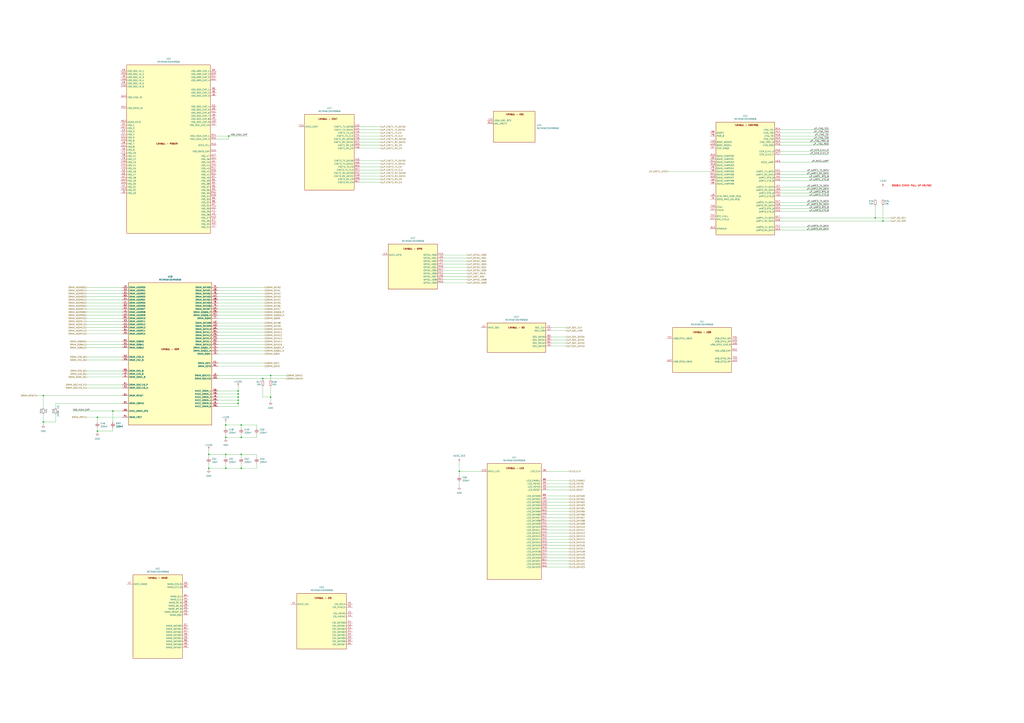
<source format=kicad_sch>
(kicad_sch (version 20250114) (generator "eeschema") (generator_version "9.0")
  (paper "A1")
  (text "DOUBLE CHECK PULL UP VOLTAGE" (at 748.792 152.654 0) (effects (font (size 1.27 1.27) (thickness 0.254) (bold yes))))
  (junction (at 195.58 328.93))
  (junction (at 198.12 359.41))
  (junction (at 185.42 359.41))
  (junction (at 92.71 337.82))
  (junction (at 195.58 326.39))
  (junction (at 185.42 349.25))
  (junction (at 718.82 179.07))
  (junction (at 171.45 384.81))
  (junction (at 725.17 181.61))
  (junction (at 185.42 384.81))
  (junction (at 35.56 346.71))
  (junction (at 187.96 111.76))
  (junction (at 222.25 308.61))
  (junction (at 195.58 331.47))
  (junction (at 80.01 342.9))
  (junction (at 377.19 387.35))
  (junction (at 35.56 325.12))
  (junction (at 198.12 384.81))
  (junction (at 171.45 373.38))
  (junction (at 195.58 321.31))
  (junction (at 195.58 323.85))
  (junction (at 185.42 373.38))
  (junction (at 198.12 373.38))
  (junction (at 215.9 311.15))
  (junction (at 222.25 326.39))
  (junction (at 198.12 349.25))
  (junction (at 80.01 354.33))
  (wire (pts (xy 179.07 273.05) (xy 217.17 273.05)))
  (wire (pts (xy 171.45 369.57) (xy 171.45 373.38)))
  (wire (pts (xy 198.12 373.38) (xy 185.42 373.38)))
  (wire (pts (xy 71.12 295.91) (xy 100.33 295.91)))
  (wire (pts (xy 295.91 111.76) (xy 312.42 111.76)))
  (wire (pts (xy 71.12 248.92) (xy 100.33 248.92)))
  (wire (pts (xy 179.07 256.54) (xy 217.17 256.54)))
  (wire (pts (xy 179.07 241.3) (xy 217.17 241.3)))
  (wire (pts (xy 195.58 323.85) (xy 195.58 321.31)))
  (wire (pts (xy 179.07 288.29) (xy 217.17 288.29)))
  (wire (pts (xy 71.12 269.24) (xy 100.33 269.24)))
  (wire (pts (xy 210.82 356.87) (xy 210.82 359.41)))
  (wire (pts (xy 210.82 381) (xy 210.82 384.81)))
  (wire (pts (xy 179.07 323.85) (xy 195.58 323.85)))
  (wire (pts (xy 449.58 427.99) (xy 467.36 427.99)))
  (wire (pts (xy 449.58 387.35) (xy 467.36 387.35)))
  (wire (pts (xy 187.96 111.76) (xy 187.96 114.3)))
  (wire (pts (xy 179.07 280.67) (xy 217.17 280.67)))
  (wire (pts (xy 71.12 243.84) (xy 100.33 243.84)))
  (wire (pts (xy 195.58 323.85) (xy 195.58 326.39)))
  (wire (pts (xy 295.91 147.32) (xy 312.42 147.32)))
  (wire (pts (xy 222.25 308.61) (xy 222.25 312.42)))
  (wire (pts (xy 449.58 417.83) (xy 467.36 417.83)))
  (wire (pts (xy 30.48 325.12) (xy 35.56 325.12)))
  (wire (pts (xy 179.07 290.83) (xy 217.17 290.83)))
  (wire (pts (xy 449.58 450.85) (xy 467.36 450.85)))
  (wire (pts (xy 680.72 116.84) (xy 641.35 116.84)))
  (wire (pts (xy 179.07 267.97) (xy 217.17 267.97)))
  (wire (pts (xy 71.12 264.16) (xy 100.33 264.16)))
  (wire (pts (xy 179.07 243.84) (xy 217.17 243.84)))
  (wire (pts (xy 453.39 281.94) (xy 464.82 281.94)))
  (wire (pts (xy 680.72 146.05) (xy 641.35 146.05)))
  (wire (pts (xy 198.12 359.41) (xy 185.42 359.41)))
  (wire (pts (xy 680.72 109.22) (xy 641.35 109.22)))
  (wire (pts (xy 35.56 325.12) (xy 35.56 335.28)))
  (wire (pts (xy 210.82 349.25) (xy 198.12 349.25)))
  (wire (pts (xy 680.72 143.51) (xy 641.35 143.51)))
  (wire (pts (xy 215.9 311.15) (xy 215.9 312.42)))
  (wire (pts (xy 449.58 394.97) (xy 467.36 394.97)))
  (wire (pts (xy 449.58 461.01) (xy 467.36 461.01)))
  (wire (pts (xy 80.01 342.9) (xy 80.01 346.71)))
  (wire (pts (xy 210.82 359.41) (xy 198.12 359.41)))
  (wire (pts (xy 680.72 153.67) (xy 641.35 153.67)))
  (wire (pts (xy 449.58 420.37) (xy 467.36 420.37)))
  (wire (pts (xy 210.82 373.38) (xy 198.12 373.38)))
  (wire (pts (xy 364.49 219.71) (xy 383.54 219.71)))
  (wire (pts (xy 80.01 351.79) (xy 80.01 354.33)))
  (wire (pts (xy 449.58 466.09) (xy 467.36 466.09)))
  (wire (pts (xy 171.45 381) (xy 171.45 384.81)))
  (wire (pts (xy 449.58 448.31) (xy 467.36 448.31)))
  (wire (pts (xy 185.42 375.92) (xy 185.42 373.38)))
  (wire (pts (xy 179.07 326.39) (xy 195.58 326.39)))
  (wire (pts (xy 179.07 283.21) (xy 217.17 283.21)))
  (wire (pts (xy 295.91 104.14) (xy 312.42 104.14)))
  (wire (pts (xy 187.96 111.76) (xy 203.2 111.76)))
  (wire (pts (xy 179.07 251.46) (xy 217.17 251.46)))
  (wire (pts (xy 680.72 168.91) (xy 641.35 168.91)))
  (wire (pts (xy 179.07 298.45) (xy 217.17 298.45)))
  (wire (pts (xy 35.56 325.12) (xy 100.33 325.12)))
  (wire (pts (xy 71.12 304.8) (xy 100.33 304.8)))
  (wire (pts (xy 185.42 346.71) (xy 185.42 349.25)))
  (wire (pts (xy 198.12 373.38) (xy 198.12 375.92)))
  (wire (pts (xy 92.71 351.79) (xy 92.71 354.33)))
  (wire (pts (xy 71.12 318.77) (xy 100.33 318.77)))
  (wire (pts (xy 195.58 321.31) (xy 195.58 317.5)))
  (wire (pts (xy 210.82 375.92) (xy 210.82 373.38)))
  (wire (pts (xy 171.45 384.81) (xy 171.45 386.08)))
  (wire (pts (xy 680.72 106.68) (xy 641.35 106.68)))
  (wire (pts (xy 71.12 283.21) (xy 100.33 283.21)))
  (wire (pts (xy 449.58 438.15) (xy 467.36 438.15)))
  (wire (pts (xy 215.9 317.5) (xy 215.9 326.39)))
  (wire (pts (xy 449.58 435.61) (xy 467.36 435.61)))
  (wire (pts (xy 71.12 259.08) (xy 100.33 259.08)))
  (wire (pts (xy 179.07 275.59) (xy 217.17 275.59)))
  (wire (pts (xy 680.72 124.46) (xy 641.35 124.46)))
  (wire (pts (xy 71.12 261.62) (xy 100.33 261.62)))
  (wire (pts (xy 680.72 111.76) (xy 641.35 111.76)))
  (wire (pts (xy 179.07 261.62) (xy 217.17 261.62)))
  (wire (pts (xy 449.58 430.53) (xy 467.36 430.53)))
  (wire (pts (xy 71.12 309.88) (xy 100.33 309.88)))
  (wire (pts (xy 453.39 269.24) (xy 464.82 269.24)))
  (wire (pts (xy 185.42 349.25) (xy 185.42 351.79)))
  (wire (pts (xy 179.07 248.92) (xy 217.17 248.92)))
  (wire (pts (xy 71.12 316.23) (xy 100.33 316.23)))
  (wire (pts (xy 71.12 246.38) (xy 100.33 246.38)))
  (wire (pts (xy 453.39 284.48) (xy 464.82 284.48)))
  (wire (pts (xy 71.12 271.78) (xy 100.33 271.78)))
  (wire (pts (xy 80.01 354.33) (xy 80.01 355.6)))
  (wire (pts (xy 185.42 381) (xy 185.42 384.81)))
  (wire (pts (xy 185.42 359.41) (xy 185.42 360.68)))
  (wire (pts (xy 449.58 433.07) (xy 467.36 433.07)))
  (wire (pts (xy 295.91 106.68) (xy 312.42 106.68)))
  (wire (pts (xy 364.49 209.55) (xy 383.54 209.55)))
  (wire (pts (xy 680.72 119.38) (xy 641.35 119.38)))
  (wire (pts (xy 179.07 238.76) (xy 217.17 238.76)))
  (wire (pts (xy 177.8 111.76) (xy 187.96 111.76)))
  (wire (pts (xy 179.07 334.01) (xy 195.58 334.01)))
  (wire (pts (xy 35.56 340.36) (xy 35.56 346.71)))
  (wire (pts (xy 453.39 276.86) (xy 464.82 276.86)))
  (wire (pts (xy 71.12 307.34) (xy 100.33 307.34)))
  (wire (pts (xy 71.12 274.32) (xy 100.33 274.32)))
  (wire (pts (xy 71.12 251.46) (xy 100.33 251.46)))
  (wire (pts (xy 680.72 133.35) (xy 641.35 133.35)))
  (wire (pts (xy 364.49 229.87) (xy 383.54 229.87)))
  (wire (pts (xy 680.72 171.45) (xy 641.35 171.45)))
  (wire (pts (xy 295.91 144.78) (xy 312.42 144.78)))
  (wire (pts (xy 680.72 114.3) (xy 641.35 114.3)))
  (wire (pts (xy 295.91 142.24) (xy 312.42 142.24)))
  (wire (pts (xy 92.71 337.82) (xy 100.33 337.82)))
  (wire (pts (xy 680.72 140.97) (xy 641.35 140.97)))
  (wire (pts (xy 45.72 335.28) (xy 45.72 331.47)))
  (wire (pts (xy 680.72 166.37) (xy 641.35 166.37)))
  (wire (pts (xy 295.91 134.62) (xy 312.42 134.62)))
  (wire (pts (xy 71.12 266.7) (xy 100.33 266.7)))
  (wire (pts (xy 45.72 340.36) (xy 45.72 346.71)))
  (wire (pts (xy 71.12 256.54) (xy 100.33 256.54)))
  (wire (pts (xy 179.07 265.43) (xy 217.17 265.43)))
  (wire (pts (xy 449.58 455.93) (xy 467.36 455.93)))
  (wire (pts (xy 295.91 121.92) (xy 312.42 121.92)))
  (wire (pts (xy 680.72 158.75) (xy 641.35 158.75)))
  (wire (pts (xy 171.45 373.38) (xy 171.45 375.92)))
  (wire (pts (xy 377.19 387.35) (xy 377.19 391.16)))
  (wire (pts (xy 195.58 331.47) (xy 195.58 334.01)))
  (wire (pts (xy 295.91 114.3) (xy 312.42 114.3)))
  (wire (pts (xy 198.12 384.81) (xy 185.42 384.81)))
  (wire (pts (xy 71.12 241.3) (xy 100.33 241.3)))
  (wire (pts (xy 449.58 397.51) (xy 467.36 397.51)))
  (wire (pts (xy 680.72 156.21) (xy 641.35 156.21)))
  (wire (pts (xy 449.58 410.21) (xy 467.36 410.21)))
  (wire (pts (xy 295.91 116.84) (xy 312.42 116.84)))
  (wire (pts (xy 71.12 342.9) (xy 80.01 342.9)))
  (wire (pts (xy 449.58 407.67) (xy 467.36 407.67)))
  (wire (pts (xy 45.72 346.71) (xy 35.56 346.71)))
  (wire (pts (xy 179.07 278.13) (xy 217.17 278.13)))
  (wire (pts (xy 71.12 280.67) (xy 100.33 280.67)))
  (wire (pts (xy 449.58 425.45) (xy 467.36 425.45)))
  (wire (pts (xy 179.07 321.31) (xy 195.58 321.31)))
  (wire (pts (xy 364.49 212.09) (xy 383.54 212.09)))
  (wire (pts (xy 680.72 148.59) (xy 641.35 148.59)))
  (wire (pts (xy 680.72 186.69) (xy 641.35 186.69)))
  (wire (pts (xy 449.58 443.23) (xy 467.36 443.23)))
  (wire (pts (xy 179.07 236.22) (xy 217.17 236.22)))
  (wire (pts (xy 394.97 387.35) (xy 377.19 387.35)))
  (wire (pts (xy 295.91 137.16) (xy 312.42 137.16)))
  (wire (pts (xy 449.58 463.55) (xy 467.36 463.55)))
  (wire (pts (xy 198.12 356.87) (xy 198.12 359.41)))
  (wire (pts (xy 449.58 453.39) (xy 467.36 453.39)))
  (wire (pts (xy 215.9 326.39) (xy 222.25 326.39)))
  (wire (pts (xy 449.58 445.77) (xy 467.36 445.77)))
  (wire (pts (xy 364.49 217.17) (xy 383.54 217.17)))
  (wire (pts (xy 92.71 337.82) (xy 92.71 346.71)))
  (wire (pts (xy 35.56 346.71) (xy 35.56 349.25)))
  (wire (pts (xy 179.07 254) (xy 217.17 254)))
  (wire (pts (xy 198.12 349.25) (xy 185.42 349.25)))
  (wire (pts (xy 449.58 458.47) (xy 467.36 458.47)))
  (wire (pts (xy 71.12 293.37) (xy 100.33 293.37)))
  (wire (pts (xy 725.17 168.91) (xy 725.17 181.61)))
  (wire (pts (xy 364.49 214.63) (xy 383.54 214.63)))
  (wire (pts (xy 179.07 308.61) (xy 222.25 308.61)))
  (wire (pts (xy 179.07 300.99) (xy 217.17 300.99)))
  (wire (pts (xy 215.9 311.15) (xy 234.95 311.15)))
  (wire (pts (xy 210.82 384.81) (xy 198.12 384.81)))
  (wire (pts (xy 185.42 384.81) (xy 171.45 384.81)))
  (wire (pts (xy 449.58 402.59) (xy 467.36 402.59)))
  (wire (pts (xy 449.58 422.91) (xy 467.36 422.91)))
  (wire (pts (xy 680.72 127) (xy 641.35 127)))
  (wire (pts (xy 71.12 236.22) (xy 100.33 236.22)))
  (wire (pts (xy 179.07 328.93) (xy 195.58 328.93)))
  (wire (pts (xy 295.91 139.7) (xy 312.42 139.7)))
  (wire (pts (xy 718.82 179.07) (xy 731.52 179.07)))
  (wire (pts (xy 364.49 232.41) (xy 383.54 232.41)))
  (wire (pts (xy 179.07 331.47) (xy 195.58 331.47)))
  (wire (pts (xy 641.35 179.07) (xy 718.82 179.07)))
  (wire (pts (xy 222.25 326.39) (xy 222.25 330.2)))
  (wire (pts (xy 449.58 415.29) (xy 467.36 415.29)))
  (wire (pts (xy 195.58 326.39) (xy 195.58 328.93)))
  (wire (pts (xy 210.82 351.79) (xy 210.82 349.25)))
  (wire (pts (xy 179.07 259.08) (xy 217.17 259.08)))
  (wire (pts (xy 680.72 189.23) (xy 641.35 189.23)))
  (wire (pts (xy 71.12 254) (xy 100.33 254)))
  (wire (pts (xy 449.58 412.75) (xy 467.36 412.75)))
  (wire (pts (xy 45.72 331.47) (xy 100.33 331.47)))
  (wire (pts (xy 71.12 238.76) (xy 100.33 238.76)))
  (wire (pts (xy 718.82 168.91) (xy 718.82 179.07)))
  (wire (pts (xy 295.91 149.86) (xy 312.42 149.86)))
  (wire (pts (xy 185.42 373.38) (xy 171.45 373.38)))
  (wire (pts (xy 198.12 381) (xy 198.12 384.81)))
  (wire (pts (xy 59.69 337.82) (xy 92.71 337.82)))
  (wire (pts (xy 295.91 119.38) (xy 312.42 119.38)))
  (wire (pts (xy 295.91 109.22) (xy 312.42 109.22)))
  (wire (pts (xy 187.96 114.3) (xy 177.8 114.3)))
  (wire (pts (xy 641.35 181.61) (xy 725.17 181.61)))
  (wire (pts (xy 222.25 326.39) (xy 222.25 317.5)))
  (wire (pts (xy 179.07 311.15) (xy 215.9 311.15)))
  (wire (pts (xy 92.71 354.33) (xy 80.01 354.33)))
  (wire (pts (xy 548.64 140.97) (xy 582.93 140.97)))
  (wire (pts (xy 449.58 440.69) (xy 467.36 440.69)))
  (wire (pts (xy 364.49 222.25) (xy 383.54 222.25)))
  (wire (pts (xy 80.01 342.9) (xy 100.33 342.9)))
  (wire (pts (xy 185.42 356.87) (xy 185.42 359.41)))
  (wire (pts (xy 449.58 400.05) (xy 467.36 400.05)))
  (wire (pts (xy 179.07 246.38) (xy 217.17 246.38)))
  (wire (pts (xy 179.07 285.75) (xy 217.17 285.75)))
  (wire (pts (xy 195.58 328.93) (xy 195.58 331.47)))
  (wire (pts (xy 725.17 181.61) (xy 731.52 181.61)))
  (wire (pts (xy 364.49 224.79) (xy 383.54 224.79)))
  (wire (pts (xy 198.12 349.25) (xy 198.12 351.79)))
  (wire (pts (xy 453.39 279.4) (xy 464.82 279.4)))
  (wire (pts (xy 680.72 173.99) (xy 641.35 173.99)))
  (wire (pts (xy 179.07 270.51) (xy 217.17 270.51)))
  (wire (pts (xy 295.91 132.08) (xy 312.42 132.08)))
  (wire (pts (xy 680.72 161.29) (xy 641.35 161.29)))
  (wire (pts (xy 377.19 387.35) (xy 377.19 379.73)))
  (wire (pts (xy 222.25 308.61) (xy 234.95 308.61)))
  (wire (pts (xy 377.19 396.24) (xy 377.19 400.05)))
  (wire (pts (xy 364.49 227.33) (xy 383.54 227.33)))
  (wire (pts (xy 453.39 271.78) (xy 464.82 271.78)))
  (wire (pts (xy 71.12 285.75) (xy 100.33 285.75)))
  (label "uP_UART2_RX_DATA" (at 680.72 156.21 180))
  (label "uP_CCM_CLK1_N" (at 680.72 124.46 180))
  (label "VDD_HIGH_CAP" (at 203.2 111.76 180))
  (label "uP_JTAG_TMS" (at 680.72 109.22 180))
  (label "uP_JTAG_TDO" (at 680.72 114.3 180))
  (label "uP_UART5_RX_DATA" (at 680.72 189.23 180))
  (label "uP_NVCC_UART" (at 680.72 133.35 180))
  (label "uP_UART1_RTS_B" (at 680.72 146.05 180))
  (label "VDD_HIGH_CAP" (at 73.66 337.82 180))
  (label "uP_UART2_TX_DATA" (at 680.72 153.67 180))
  (label "uP_UART2_CTS_B" (at 680.72 161.29 180))
  (label "uP_UART3_CTS_B" (at 680.72 173.99 180))
  (label "uP_JTAG_TRST_B" (at 680.72 116.84 180))
  (label "uP_JTAG_MOD" (at 680.72 119.38 180))
  (label "uP_CCM_CLK1_P" (at 680.72 127 180))
  (label "uP_JTAG_TCK" (at 680.72 106.68 180))
  (label "uP_UART5_TX_DATA" (at 680.72 186.69 180))
  (label "uP_UART1_RX_DATA" (at 680.72 143.51 180))
  (label "uP_UART3_TX_DATA" (at 680.72 166.37 180))
  (label "uP_UART3_RX_DATA" (at 680.72 168.91 180))
  (label "uP_UART3_RTS_B" (at 680.72 171.45 180))
  (label "uP_UART1_TX_DATA" (at 680.72 140.97 180))
  (label "uP_UART1_CTS_B" (at 680.72 148.59 180))
  (label "uP_UART2_RTS_B" (at 680.72 158.75 180))
  (label "uP_JTAG_TDI" (at 680.72 111.76 180))
  (hierarchical_label "DRAM_ADDR10" (shape input) (at 71.12 261.62 180))
  (hierarchical_label "LCD_DATA14" (shape input) (at 467.36 443.23 0))
  (hierarchical_label "DRAM_ADDR02" (shape input) (at 71.12 241.3 180))
  (hierarchical_label "uP_ENET2_TX_EN" (shape input) (at 312.42 137.16 0))
  (hierarchical_label "uP_ENET1_TX_DATA1" (shape input) (at 312.42 106.68 0))
  (hierarchical_label "uP_SD1_DATA2" (shape input) (at 464.82 281.94 0))
  (hierarchical_label "uP_ENET2_TX_DATA1" (shape input) (at 312.42 134.62 0))
  (hierarchical_label "DRAM_ODT1" (shape input) (at 217.17 298.45 0))
  (hierarchical_label "LCD_DATA08" (shape input) (at 467.36 427.99 0))
  (hierarchical_label "uP_ENET_MDIO" (shape input) (at 383.54 224.79 0))
  (hierarchical_label "uP_ENET1_RX_DATA1" (shape input) (at 312.42 116.84 0))
  (hierarchical_label "uP_ENET2_TX_DATA0" (shape input) (at 312.42 132.08 0))
  (hierarchical_label "uP_ENET1_RX_DATA0" (shape input) (at 312.42 114.3 0))
  (hierarchical_label "DRAM_ADDR07" (shape input) (at 71.12 254 180))
  (hierarchical_label "uP_I2C_SCL" (shape input) (at 731.52 179.07 0))
  (hierarchical_label "DRAM_CS0_B" (shape input) (at 71.12 293.37 180))
  (hierarchical_label "DRAM_ADDR00" (shape input) (at 71.12 236.22 180))
  (hierarchical_label "LCD_DATA03" (shape input) (at 467.36 415.29 0))
  (hierarchical_label "uP_GPIO1_IO02" (shape input) (at 383.54 214.63 0))
  (hierarchical_label "DRAM_SDQS1_P" (shape input) (at 217.17 285.75 0))
  (hierarchical_label "DRAM_SDQS0_P" (shape input) (at 217.17 256.54 0))
  (hierarchical_label "uP_ENET_MDC" (shape input) (at 383.54 227.33 0))
  (hierarchical_label "LCD_DATA20" (shape input) (at 467.36 458.47 0))
  (hierarchical_label "DRAM_SDQS1_N" (shape input) (at 217.17 288.29 0))
  (hierarchical_label "uP_SD1_CLK" (shape input) (at 464.82 269.24 0))
  (hierarchical_label "DRAM_SDBA0" (shape input) (at 71.12 280.67 180))
  (hierarchical_label "DRAM_DATA13" (shape input) (at 217.17 278.13 0))
  (hierarchical_label "LCD_HSYNC" (shape input) (at 467.36 397.51 0))
  (hierarchical_label "uP_GPIO1_IO04" (shape input) (at 383.54 219.71 0))
  (hierarchical_label "DRAM_SDQSO_N" (shape input) (at 217.17 259.08 0))
  (hierarchical_label "LCD_DATA18" (shape input) (at 467.36 453.39 0))
  (hierarchical_label "uP_ENET2_RX_ER" (shape input) (at 312.42 147.32 0))
  (hierarchical_label "DRAM_ADDR03" (shape input) (at 71.12 243.84 180))
  (hierarchical_label "LCD_DATA00" (shape input) (at 467.36 407.67 0))
  (hierarchical_label "DRAM_SDCLK0_P" (shape input) (at 71.12 316.23 180))
  (hierarchical_label "LCD_DATA16" (shape input) (at 467.36 448.31 0))
  (hierarchical_label "DRAM_DATA1" (shape input) (at 217.17 238.76 0))
  (hierarchical_label "DRAM_DATA3" (shape input) (at 217.17 243.84 0))
  (hierarchical_label "DRAM_CAS_B" (shape input) (at 71.12 307.34 180))
  (hierarchical_label "DRAM_SDKE0" (shape input) (at 234.95 311.15 0))
  (hierarchical_label "uP_GPIO1_IO01" (shape input) (at 383.54 212.09 0))
  (hierarchical_label "DRAM_RESET" (shape input) (at 30.48 325.12 180))
  (hierarchical_label "DRAM_DATA15" (shape input) (at 217.17 283.21 0))
  (hierarchical_label "DRAM_DATA14" (shape input) (at 217.17 280.67 0))
  (hierarchical_label "uP_ENET1_RX_EN" (shape input) (at 312.42 121.92 0))
  (hierarchical_label "DRAM_ADDR05" (shape input) (at 71.12 248.92 180))
  (hierarchical_label "LCD_DATA23" (shape input) (at 467.36 466.09 0))
  (hierarchical_label "uP_ENET2_TX_CLK" (shape input) (at 312.42 139.7 0))
  (hierarchical_label "DRAM_ADDR09" (shape input) (at 71.12 259.08 180))
  (hierarchical_label "uP_GPIO1_IO09" (shape input) (at 383.54 232.41 0))
  (hierarchical_label "uP_ENET2_RX_DATA0" (shape input) (at 312.42 142.24 0))
  (hierarchical_label "DRAM_RAS_B" (shape input) (at 71.12 304.8 180))
  (hierarchical_label "DRAM_SDKE1" (shape input) (at 234.95 308.61 0))
  (hierarchical_label "DRAM_ODT0" (shape input) (at 217.17 300.99 0))
  (hierarchical_label "uP_ENET1_TX_DATA0" (shape input) (at 312.42 104.14 0))
  (hierarchical_label "LCD_DATA06" (shape input) (at 467.36 422.91 0))
  (hierarchical_label "LCD_DATA04" (shape input) (at 467.36 417.83 0))
  (hierarchical_label "DRAM_ADDR01" (shape input) (at 71.12 238.76 180))
  (hierarchical_label "uP_ENET1_nINT" (shape input) (at 548.64 140.97 180))
  (hierarchical_label "LCD_DATA09" (shape input) (at 467.36 430.53 0))
  (hierarchical_label "DRAM_ADDR12" (shape input) (at 71.12 266.7 180))
  (hierarchical_label "uP_I2C_SDA" (shape input) (at 731.52 181.61 0))
  (hierarchical_label "uP_GPIO1_IO00" (shape input) (at 383.54 209.55 0))
  (hierarchical_label "DRAM_ADDR15" (shape input) (at 71.12 274.32 180))
  (hierarchical_label "LCD_ENABLE" (shape input) (at 467.36 394.97 0))
  (hierarchical_label "DRAM_ADDR08" (shape input) (at 71.12 256.54 180))
  (hierarchical_label "DRAM_ADDR14" (shape input) (at 71.12 271.78 180))
  (hierarchical_label "LCD_DATA15" (shape input) (at 467.36 445.77 0))
  (hierarchical_label "uP_ENET1_TX_EN" (shape input) (at 312.42 109.22 0))
  (hierarchical_label "DRAM_DATA4" (shape input) (at 217.17 246.38 0))
  (hierarchical_label "LCD_RESET" (shape input) (at 467.36 402.59 0))
  (hierarchical_label "uP_GPIO1_IO03" (shape input) (at 383.54 217.17 0))
  (hierarchical_label "DRAM_DATA0" (shape input) (at 217.17 236.22 0))
  (hierarchical_label "DRAM_VREF" (shape input) (at 71.12 342.9 180))
  (hierarchical_label "LCD_DATA22" (shape input) (at 467.36 463.55 0))
  (hierarchical_label "LCD_DATA02" (shape input) (at 467.36 412.75 0))
  (hierarchical_label "LCD_DATA01" (shape input) (at 467.36 410.21 0))
  (hierarchical_label "LCD_DATA10" (shape input) (at 467.36 433.07 0))
  (hierarchical_label "LCD_DATA17" (shape input) (at 467.36 450.85 0))
  (hierarchical_label "uP_GPIO1_IO08" (shape input) (at 383.54 229.87 0))
  (hierarchical_label "DRAM_ADDR06" (shape input) (at 71.12 251.46 180))
  (hierarchical_label "DRAM_SDWE_B" (shape input) (at 71.12 309.88 180))
  (hierarchical_label "LCD_DATA13" (shape input) (at 467.36 440.69 0))
  (hierarchical_label "DRAM_DATA12" (shape input) (at 217.17 275.59 0))
  (hierarchical_label "LCD_DATA07" (shape input) (at 467.36 425.45 0))
  (hierarchical_label "DRAM_DATA7" (shape input) (at 217.17 254 0))
  (hierarchical_label "uP_ENET2_RX_DATA1" (shape input) (at 312.42 144.78 0))
  (hierarchical_label "DRAM_DATA10" (shape input) (at 217.17 270.51 0))
  (hierarchical_label "LCD_DATA11" (shape input) (at 467.36 435.61 0))
  (hierarchical_label "uP_SD1_CMD" (shape input) (at 464.82 271.78 0))
  (hierarchical_label "DRAM_SDCLK0_N" (shape input) (at 71.12 318.77 180))
  (hierarchical_label "DRAM_DATA2" (shape input) (at 217.17 241.3 0))
  (hierarchical_label "LCD_DATA05" (shape input) (at 467.36 420.37 0))
  (hierarchical_label "LCD_DATA21" (shape input) (at 467.36 461.01 0))
  (hierarchical_label "uP_SD1_DATA0" (shape input) (at 464.82 276.86 0))
  (hierarchical_label "uP_ENET2_RX_EN" (shape input) (at 312.42 149.86 0))
  (hierarchical_label "uP_ENET1_RX_ER" (shape input) (at 312.42 119.38 0))
  (hierarchical_label "DRAM_DATA11" (shape input) (at 217.17 273.05 0))
  (hierarchical_label "uP_SD1_DATA3" (shape input) (at 464.82 284.48 0))
  (hierarchical_label "DRAM_SDBA2" (shape input) (at 71.12 285.75 180))
  (hierarchical_label "uP_ENET1_TX_CLK" (shape input) (at 312.42 111.76 0))
  (hierarchical_label "DRAM_DQM1" (shape input) (at 217.17 290.83 0))
  (hierarchical_label "DRAM_DQM0" (shape input) (at 217.17 261.62 0))
  (hierarchical_label "DRAM_CS1_B" (shape input) (at 71.12 295.91 180))
  (hierarchical_label "LCD_DATA12" (shape input) (at 467.36 438.15 0))
  (hierarchical_label "LCD_VSYNC" (shape input) (at 467.36 400.05 0))
  (hierarchical_label "LCD_DATA19" (shape input) (at 467.36 455.93 0))
  (hierarchical_label "DRAM_DATA5" (shape input) (at 217.17 248.92 0))
  (hierarchical_label "DRAM_ADDR13" (shape input) (at 71.12 269.24 180))
  (hierarchical_label "DRAM_SDBA1" (shape input) (at 71.12 283.21 180))
  (hierarchical_label "uP_SD1_DATA1" (shape input) (at 464.82 279.4 0))
  (hierarchical_label "DRAM_DATA6" (shape input) (at 217.17 251.46 0))
  (hierarchical_label "DRAM_DATA8" (shape input) (at 217.17 265.43 0))
  (hierarchical_label "DRAM_ADDR11" (shape input) (at 71.12 264.16 180))
  (hierarchical_label "uP_GPIO1_IO05" (shape input) (at 383.54 222.25 0))
  (hierarchical_label "DRAM_ADDR04" (shape input) (at 71.12 246.38 180))
  (hierarchical_label "LCD_CLK" (shape input) (at 467.36 387.35 0))
  (hierarchical_label "DRAM_DATA9" (shape input) (at 217.17 267.97 0))
  (symbol (lib_id "NXP_SBC:MCIMX6Y2DVM09AB") (at 351.79 265.43 0) (unit 5)
    (property "Reference" "U1" (at 339.09 195.58 0))
    (property "Value" "MCIMX6Y2DVM09AB" (at 339.09 198.12 0))
    (property "Footprint" "BGA289C80P17X17_1400X1400X132" (effects (hide yes)))
    (property "Datasheet" "https://www.nxp.com/docs/en/data-sheet/IMX6ULLCEC.pdf" (effects (hide yes)))
    (property "Description" "NXP - MCIMX6Y2DVM09AB - MPU, 32BIT, 900MHZ, 0 TO 95DEG C" (effects (hide yes)))
    (property "Height" "1.32" (effects (hide yes)))
    (property "Mouser Part Number" "771-MCIMX6Y2DVM09AB" (effects (hide yes)))
    (property "Mouser Price/Stock" "https://www.mouser.co.uk/ProductDetail/NXP-Semiconductors/MCIMX6Y2DVM09AB?qs=1mbolxNpo8dLZCzHiBeiHw%3D%3D" (effects (hide yes)))
    (property "Manufacturer_Name" "NXP" (effects (hide yes)))
    (property "Manufacturer_Part_Number" "MCIMX6Y2DVM09AB" (effects (hide yes)))
  )
  (symbol (lib_id "NXP_SBC:MCIMX6Y2DVM09AB") (at 276.86 551.18 0) (unit 4)
    (property "Reference" "U1" (at 264.16 482.6 0))
    (property "Value" "MCIMX6Y2DVM09AB" (at 264.16 485.14 0))
    (property "Footprint" "BGA289C80P17X17_1400X1400X132" (effects (hide yes)))
    (property "Datasheet" "https://www.nxp.com/docs/en/data-sheet/IMX6ULLCEC.pdf" (effects (hide yes)))
    (property "Description" "NXP - MCIMX6Y2DVM09AB - MPU, 32BIT, 900MHZ, 0 TO 95DEG C" (effects (hide yes)))
    (property "Height" "1.32" (effects (hide yes)))
    (property "Mouser Part Number" "771-MCIMX6Y2DVM09AB" (effects (hide yes)))
    (property "Mouser Price/Stock" "https://www.mouser.co.uk/ProductDetail/NXP-Semiconductors/MCIMX6Y2DVM09AB?qs=1mbolxNpo8dLZCzHiBeiHw%3D%3D" (effects (hide yes)))
    (property "Manufacturer_Name" "NXP" (effects (hide yes)))
    (property "Manufacturer_Part_Number" "MCIMX6Y2DVM09AB" (effects (hide yes)))
  )
  (symbol (lib_id "Device:R_Small") (at 35.56 337.82 180) (unit 1)
    (property "Reference" "R45" (at 33.528 337.82 90))
    (property "Value" "10k" (at 37.846 337.82 90))
    (property "Footprint" "Resistor_SMD:R_0603_1608Metric" (effects (hide yes)))
    (property "Description" "Resistor, small symbol" (effects (hide yes)))
  )
  (symbol (lib_id "NXP_SBC:MCIMX6Y2DVM09AB") (at 138.43 295.91 0) (unit 2)
    (property "Reference" "U1" (at 139.7 227.33 0))
    (property "Value" "MCIMX6Y2DVM09AB" (at 139.7 229.87 0))
    (property "Footprint" "BGA289C80P17X17_1400X1400X132" (effects (hide yes)))
    (property "Datasheet" "https://www.nxp.com/docs/en/data-sheet/IMX6ULLCEC.pdf" (effects (hide yes)))
    (property "Description" "NXP - MCIMX6Y2DVM09AB - MPU, 32BIT, 900MHZ, 0 TO 95DEG C" (effects (hide yes)))
    (property "Height" "1.32" (effects (hide yes)))
    (property "Mouser Part Number" "771-MCIMX6Y2DVM09AB" (effects (hide yes)))
    (property "Mouser Price/Stock" "https://www.mouser.co.uk/ProductDetail/NXP-Semiconductors/MCIMX6Y2DVM09AB?qs=1mbolxNpo8dLZCzHiBeiHw%3D%3D" (effects (hide yes)))
    (property "Manufacturer_Name" "NXP" (effects (hide yes)))
    (property "Manufacturer_Part_Number" "MCIMX6Y2DVM09AB" (effects (hide yes)))
  )
  (symbol (lib_id "power:GND") (at 222.25 330.2 0) (unit 1)
    (property "Reference" "#PWR063" (effects (hide yes)))
    (property "Value" "GND" (at 222.25 335.28 0))
    (property "Description" "Power symbol creates a global label with name \"GND\" , ground" (effects (hide yes)))
  )
  (symbol (lib_id "power:GND") (at 171.45 386.08 0) (unit 1)
    (property "Reference" "#PWR068" (effects (hide yes)))
    (property "Value" "GND" (at 171.45 391.16 0))
    (property "Description" "Power symbol creates a global label with name \"GND\" , ground" (effects (hide yes)))
  )
  (symbol (lib_id "Device:C_Small") (at 198.12 354.33 0) (unit 1)
    (property "Reference" "C49" (at 200.66 353.0662 0) (effects (justify left)))
    (property "Value" "220nF" (at 200.66 355.6062 0) (effects (justify left)))
    (property "Footprint" "Capacitor_SMD:C_0603_1608Metric_Pad1.08x0.95mm_HandSolder" (effects (hide yes)))
    (property "Description" "Unpolarized capacitor, small symbol" (effects (hide yes)))
  )
  (symbol (lib_id "power:+1V35") (at 195.58 317.5 0) (unit 1)
    (property "Reference" "#PWR061" (effects (hide yes)))
    (property "Value" "+1V35" (at 195.326 313.69 0))
    (property "Description" "Power symbol creates a global label with name \"+1V35\"" (effects (hide yes)))
  )
  (symbol (lib_id "NXP_SBC:MCIMX6Y2DVM09AB") (at 283.21 158.75 0) (unit 6)
    (property "Reference" "U1" (at 270.51 88.9 0))
    (property "Value" "MCIMX6Y2DVM09AB" (at 270.51 91.44 0))
    (property "Footprint" "BGA289C80P17X17_1400X1400X132" (effects (hide yes)))
    (property "Datasheet" "https://www.nxp.com/docs/en/data-sheet/IMX6ULLCEC.pdf" (effects (hide yes)))
    (property "Description" "NXP - MCIMX6Y2DVM09AB - MPU, 32BIT, 900MHZ, 0 TO 95DEG C" (effects (hide yes)))
    (property "Height" "1.32" (effects (hide yes)))
    (property "Mouser Part Number" "771-MCIMX6Y2DVM09AB" (effects (hide yes)))
    (property "Mouser Price/Stock" "https://www.mouser.co.uk/ProductDetail/NXP-Semiconductors/MCIMX6Y2DVM09AB?qs=1mbolxNpo8dLZCzHiBeiHw%3D%3D" (effects (hide yes)))
    (property "Manufacturer_Name" "NXP" (effects (hide yes)))
    (property "Manufacturer_Part_Number" "MCIMX6Y2DVM09AB" (effects (hide yes)))
  )
  (symbol (lib_id "Device:R_Small") (at 718.82 166.37 180) (unit 1)
    (property "Reference" "R75" (at 715.518 165.354 0))
    (property "Value" "10k" (at 715.518 167.386 0))
    (property "Footprint" "Resistor_SMD:R_0603_1608Metric" (effects (hide yes)))
    (property "Description" "Resistor, small symbol" (effects (hide yes)))
  )
  (symbol (lib_id "Device:C_Small") (at 92.71 349.25 0) (unit 1)
    (property "Reference" "C47" (at 95.25 347.9862 0) (effects (justify left)))
    (property "Value" "220nF" (at 95.25 350.5262 0) (effects (justify left)))
    (property "Footprint" "Capacitor_SMD:C_0603_1608Metric_Pad1.08x0.95mm_HandSolder" (effects (hide yes)))
    (property "Description" "Unpolarized capacitor, small symbol" (effects (hide yes)))
  )
  (symbol (lib_id "power:+3.3V") (at 725.17 153.67 0) (unit 1)
    (property "Reference" "#PWR013" (effects (hide yes)))
    (property "Value" "+3.3V" (at 725.17 148.59 0))
    (property "Description" "Power symbol creates a global label with name \"+3.3V\"" (effects (hide yes)))
  )
  (symbol (lib_id "power:GND") (at 80.01 355.6 0) (unit 1)
    (property "Reference" "#PWR064" (effects (hide yes)))
    (property "Value" "GND" (at 80.01 360.68 0))
    (property "Description" "Power symbol creates a global label with name \"GND\" , ground" (effects (hide yes)))
  )
  (symbol (lib_id "NXP_SBC:MCIMX6Y2DVM09AB") (at 142.24 535.94 0) (unit 3)
    (property "Reference" "U1" (at 129.54 467.36 0))
    (property "Value" "MCIMX6Y2DVM09AB" (at 129.54 469.9 0))
    (property "Footprint" "BGA289C80P17X17_1400X1400X132" (effects (hide yes)))
    (property "Datasheet" "https://www.nxp.com/docs/en/data-sheet/IMX6ULLCEC.pdf" (effects (hide yes)))
    (property "Description" "NXP - MCIMX6Y2DVM09AB - MPU, 32BIT, 900MHZ, 0 TO 95DEG C" (effects (hide yes)))
    (property "Height" "1.32" (effects (hide yes)))
    (property "Mouser Part Number" "771-MCIMX6Y2DVM09AB" (effects (hide yes)))
    (property "Mouser Price/Stock" "https://www.mouser.co.uk/ProductDetail/NXP-Semiconductors/MCIMX6Y2DVM09AB?qs=1mbolxNpo8dLZCzHiBeiHw%3D%3D" (effects (hide yes)))
    (property "Manufacturer_Name" "NXP" (effects (hide yes)))
    (property "Manufacturer_Part_Number" "MCIMX6Y2DVM09AB" (effects (hide yes)))
  )
  (symbol (lib_id "power:+1V35") (at 185.42 346.71 0) (unit 1)
    (property "Reference" "#PWR065" (effects (hide yes)))
    (property "Value" "+1V35" (at 185.166 342.9 0))
    (property "Description" "Power symbol creates a global label with name \"+1V35\"" (effects (hide yes)))
  )
  (symbol (lib_id "NXP_SBC:MCIMX6Y2DVM09AB") (at 621.03 163.83 0) (unit 11)
    (property "Reference" "U1" (at 612.14 95.25 0))
    (property "Value" "MCIMX6Y2DVM09AB" (at 612.14 97.79 0))
    (property "Footprint" "BGA289C80P17X17_1400X1400X132" (effects (hide yes)))
    (property "Datasheet" "https://www.nxp.com/docs/en/data-sheet/IMX6ULLCEC.pdf" (effects (hide yes)))
    (property "Description" "NXP - MCIMX6Y2DVM09AB - MPU, 32BIT, 900MHZ, 0 TO 95DEG C" (effects (hide yes)))
    (property "Height" "1.32" (effects (hide yes)))
    (property "Mouser Part Number" "771-MCIMX6Y2DVM09AB" (effects (hide yes)))
    (property "Mouser Price/Stock" "https://www.mouser.co.uk/ProductDetail/NXP-Semiconductors/MCIMX6Y2DVM09AB?qs=1mbolxNpo8dLZCzHiBeiHw%3D%3D" (effects (hide yes)))
    (property "Manufacturer_Name" "NXP" (effects (hide yes)))
    (property "Manufacturer_Part_Number" "MCIMX6Y2DVM09AB" (effects (hide yes)))
  )
  (symbol (lib_id "NXP_SBC:MCIMX6Y2DVM09AB") (at 585.47 334.01 0) (unit 10)
    (property "Reference" "U1" (at 576.58 264.16 0))
    (property "Value" "MCIMX6Y2DVM09AB" (at 576.58 266.7 0))
    (property "Footprint" "BGA289C80P17X17_1400X1400X132" (effects (hide yes)))
    (property "Datasheet" "https://www.nxp.com/docs/en/data-sheet/IMX6ULLCEC.pdf" (effects (hide yes)))
    (property "Description" "NXP - MCIMX6Y2DVM09AB - MPU, 32BIT, 900MHZ, 0 TO 95DEG C" (effects (hide yes)))
    (property "Height" "1.32" (effects (hide yes)))
    (property "Mouser Part Number" "771-MCIMX6Y2DVM09AB" (effects (hide yes)))
    (property "Mouser Price/Stock" "https://www.mouser.co.uk/ProductDetail/NXP-Semiconductors/MCIMX6Y2DVM09AB?qs=1mbolxNpo8dLZCzHiBeiHw%3D%3D" (effects (hide yes)))
    (property "Manufacturer_Name" "NXP" (effects (hide yes)))
    (property "Manufacturer_Part_Number" "MCIMX6Y2DVM09AB" (effects (hide yes)))
  )
  (symbol (lib_id "NXP_SBC:MCIMX6Y2DVM09AB") (at 438.15 154.94 0) (unit 7)
    (property "Reference" "U1" (at 440.69 102.8699 0) (effects (justify left)))
    (property "Value" "MCIMX6Y2DVM09AB" (at 440.69 105.4099 0) (effects (justify left)))
    (property "Footprint" "BGA289C80P17X17_1400X1400X132" (effects (hide yes)))
    (property "Datasheet" "https://www.nxp.com/docs/en/data-sheet/IMX6ULLCEC.pdf" (effects (hide yes)))
    (property "Description" "NXP - MCIMX6Y2DVM09AB - MPU, 32BIT, 900MHZ, 0 TO 95DEG C" (effects (hide yes)))
    (property "Height" "1.32" (effects (hide yes)))
    (property "Mouser Part Number" "771-MCIMX6Y2DVM09AB" (effects (hide yes)))
    (property "Mouser Price/Stock" "https://www.mouser.co.uk/ProductDetail/NXP-Semiconductors/MCIMX6Y2DVM09AB?qs=1mbolxNpo8dLZCzHiBeiHw%3D%3D" (effects (hide yes)))
    (property "Manufacturer_Name" "NXP" (effects (hide yes)))
    (property "Manufacturer_Part_Number" "MCIMX6Y2DVM09AB" (effects (hide yes)))
  )
  (symbol (lib_id "power:+1V35") (at 171.45 369.57 0) (unit 1)
    (property "Reference" "#PWR066" (effects (hide yes)))
    (property "Value" "+1V35" (at 171.196 365.76 0))
    (property "Description" "Power symbol creates a global label with name \"+1V35\"" (effects (hide yes)))
  )
  (symbol (lib_id "Device:C_Small") (at 185.42 378.46 0) (unit 1)
    (property "Reference" "C51" (at 187.96 377.1962 0) (effects (justify left)))
    (property "Value" "220nF" (at 187.96 379.7362 0) (effects (justify left)))
    (property "Footprint" "Capacitor_SMD:C_0603_1608Metric_Pad1.08x0.95mm_HandSolder" (effects (hide yes)))
    (property "Description" "Unpolarized capacitor, small symbol" (effects (hide yes)))
  )
  (symbol (lib_id "Device:C_Small") (at 171.45 378.46 0) (unit 1)
    (property "Reference" "C54" (at 173.99 377.1962 0) (effects (justify left)))
    (property "Value" "10uF" (at 173.99 379.7362 0) (effects (justify left)))
    (property "Footprint" "Capacitor_SMD:C_0603_1608Metric_Pad1.08x0.95mm_HandSolder" (effects (hide yes)))
    (property "Description" "Unpolarized capacitor, small symbol" (effects (hide yes)))
  )
  (symbol (lib_id "Device:C_Small") (at 210.82 354.33 0) (unit 1)
    (property "Reference" "C50" (at 213.36 353.0662 0) (effects (justify left)))
    (property "Value" "220nF" (at 213.36 355.6062 0) (effects (justify left)))
    (property "Footprint" "Capacitor_SMD:C_0603_1608Metric_Pad1.08x0.95mm_HandSolder" (effects (hide yes)))
    (property "Description" "Unpolarized capacitor, small symbol" (effects (hide yes)))
  )
  (symbol (lib_id "Device:R_Small") (at 45.72 337.82 180) (unit 1)
    (property "Reference" "R46" (at 43.688 337.82 90))
    (property "Value" "240R, 1%" (at 47.752 337.82 90))
    (property "Footprint" "Resistor_SMD:R_0603_1608Metric" (effects (hide yes)))
    (property "Description" "Resistor, small symbol" (effects (hide yes)))
  )
  (symbol (lib_id "Device:R_Small") (at 222.25 314.96 180) (unit 1)
    (property "Reference" "R48" (at 225.298 313.944 0))
    (property "Value" "10k" (at 225.298 315.976 0))
    (property "Footprint" "Resistor_SMD:R_0603_1608Metric" (effects (hide yes)))
    (property "Description" "Resistor, small symbol" (effects (hide yes)))
  )
  (symbol (lib_id "Device:C_Small") (at 185.42 354.33 0) (unit 1)
    (property "Reference" "C48" (at 187.96 353.0662 0) (effects (justify left)))
    (property "Value" "220nF" (at 187.96 355.6062 0) (effects (justify left)))
    (property "Footprint" "Capacitor_SMD:C_0603_1608Metric_Pad1.08x0.95mm_HandSolder" (effects (hide yes)))
    (property "Description" "Unpolarized capacitor, small symbol" (effects (hide yes)))
  )
  (symbol (lib_id "power:GND") (at 377.19 400.05 0) (unit 1)
    (property "Reference" "#PWR070" (effects (hide yes)))
    (property "Value" "GND" (at 377.19 405.13 0))
    (property "Description" "Power symbol creates a global label with name \"GND\" , ground" (effects (hide yes)))
  )
  (symbol (lib_id "Device:C_Small") (at 210.82 378.46 0) (unit 1)
    (property "Reference" "C53" (at 213.36 377.1962 0) (effects (justify left)))
    (property "Value" "220nF" (at 213.36 379.7362 0) (effects (justify left)))
    (property "Footprint" "Capacitor_SMD:C_0603_1608Metric_Pad1.08x0.95mm_HandSolder" (effects (hide yes)))
    (property "Description" "Unpolarized capacitor, small symbol" (effects (hide yes)))
  )
  (symbol (lib_id "Device:R_Small") (at 215.9 314.96 180) (unit 1)
    (property "Reference" "R47" (at 212.598 313.944 0))
    (property "Value" "10k" (at 212.598 315.976 0))
    (property "Footprint" "Resistor_SMD:R_0603_1608Metric" (effects (hide yes)))
    (property "Description" "Resistor, small symbol" (effects (hide yes)))
  )
  (symbol (lib_id "power:+1V35") (at 377.19 379.73 0) (unit 1)
    (property "Reference" "#PWR069" (effects (hide yes)))
    (property "Value" "DCDC_3V3" (at 377.19 374.65 0))
    (property "Description" "Power symbol creates a global label with name \"+1V35\"" (effects (hide yes)))
  )
  (symbol (lib_id "Device:C_Small") (at 80.01 349.25 0) (unit 1)
    (property "Reference" "C46" (at 82.55 347.9862 0) (effects (justify left)))
    (property "Value" "220nF" (at 82.55 350.5262 0) (effects (justify left)))
    (property "Footprint" "Capacitor_SMD:C_0603_1608Metric_Pad1.08x0.95mm_HandSolder" (effects (hide yes)))
    (property "Description" "Unpolarized capacitor, small symbol" (effects (hide yes)))
  )
  (symbol (lib_id "NXP_SBC:MCIMX6Y2DVM09AB") (at 137.16 118.11 0) (unit 1)
    (property "Reference" "U1" (at 138.43 48.26 0))
    (property "Value" "MCIMX6Y2DVM09AB" (at 138.43 50.8 0))
    (property "Footprint" "BGA289C80P17X17_1400X1400X132" (effects (hide yes)))
    (property "Datasheet" "https://www.nxp.com/docs/en/data-sheet/IMX6ULLCEC.pdf" (effects (hide yes)))
    (property "Description" "NXP - MCIMX6Y2DVM09AB - MPU, 32BIT, 900MHZ, 0 TO 95DEG C" (effects (hide yes)))
    (property "Height" "1.32" (effects (hide yes)))
    (property "Mouser Part Number" "771-MCIMX6Y2DVM09AB" (effects (hide yes)))
    (property "Mouser Price/Stock" "https://www.mouser.co.uk/ProductDetail/NXP-Semiconductors/MCIMX6Y2DVM09AB?qs=1mbolxNpo8dLZCzHiBeiHw%3D%3D" (effects (hide yes)))
    (property "Manufacturer_Name" "NXP" (effects (hide yes)))
    (property "Manufacturer_Part_Number" "MCIMX6Y2DVM09AB" (effects (hide yes)))
  )
  (symbol (lib_id "power:GND") (at 35.56 349.25 0) (unit 1)
    (property "Reference" "#PWR062" (effects (hide yes)))
    (property "Value" "GND" (at 35.56 354.33 0))
    (property "Description" "Power symbol creates a global label with name \"GND\" , ground" (effects (hide yes)))
  )
  (symbol (lib_id "Device:C_Small") (at 198.12 378.46 0) (unit 1)
    (property "Reference" "C52" (at 200.66 377.1962 0) (effects (justify left)))
    (property "Value" "220nF" (at 200.66 379.7362 0) (effects (justify left)))
    (property "Footprint" "Capacitor_SMD:C_0603_1608Metric_Pad1.08x0.95mm_HandSolder" (effects (hide yes)))
    (property "Description" "Unpolarized capacitor, small symbol" (effects (hide yes)))
  )
  (symbol (lib_id "NXP_SBC:MCIMX6Y2DVM09AB") (at 433.07 328.93 0) (unit 8)
    (property "Reference" "U1" (at 424.18 260.35 0))
    (property "Value" "MCIMX6Y2DVM09AB" (at 424.18 262.89 0))
    (property "Footprint" "BGA289C80P17X17_1400X1400X132" (effects (hide yes)))
    (property "Datasheet" "https://www.nxp.com/docs/en/data-sheet/IMX6ULLCEC.pdf" (effects (hide yes)))
    (property "Description" "NXP - MCIMX6Y2DVM09AB - MPU, 32BIT, 900MHZ, 0 TO 95DEG C" (effects (hide yes)))
    (property "Height" "1.32" (effects (hide yes)))
    (property "Mouser Part Number" "771-MCIMX6Y2DVM09AB" (effects (hide yes)))
    (property "Mouser Price/Stock" "https://www.mouser.co.uk/ProductDetail/NXP-Semiconductors/MCIMX6Y2DVM09AB?qs=1mbolxNpo8dLZCzHiBeiHw%3D%3D" (effects (hide yes)))
    (property "Manufacturer_Name" "NXP" (effects (hide yes)))
    (property "Manufacturer_Part_Number" "MCIMX6Y2DVM09AB" (effects (hide yes)))
  )
  (symbol (lib_id "power:GND") (at 185.42 360.68 0) (unit 1)
    (property "Reference" "#PWR067" (effects (hide yes)))
    (property "Value" "GND" (at 185.42 365.76 0))
    (property "Description" "Power symbol creates a global label with name \"GND\" , ground" (effects (hide yes)))
  )
  (symbol (lib_id "Device:R_Small") (at 725.17 166.37 180) (unit 1)
    (property "Reference" "R76" (at 728.218 165.354 0))
    (property "Value" "10k" (at 728.218 167.386 0))
    (property "Footprint" "Resistor_SMD:R_0603_1608Metric" (effects (hide yes)))
    (property "Description" "Resistor, small symbol" (effects (hide yes)))
  )
  (symbol (lib_id "Device:C_Small") (at 377.19 393.7 0) (unit 1)
    (property "Reference" "C55" (at 379.73 392.4362 0) (effects (justify left)))
    (property "Value" "220nF" (at 379.73 394.9762 0) (effects (justify left)))
    (property "Footprint" "Capacitor_SMD:C_0603_1608Metric_Pad1.08x0.95mm_HandSolder" (effects (hide yes)))
    (property "Description" "Unpolarized capacitor, small symbol" (effects (hide yes)))
  )
  (symbol (lib_id "NXP_SBC:MCIMX6Y2DVM09AB") (at 433.07 445.77 0) (unit 9)
    (property "Reference" "U1" (at 422.275 375.92 0))
    (property "Value" "MCIMX6Y2DVM09AB" (at 422.275 378.46 0))
    (property "Footprint" "BGA289C80P17X17_1400X1400X132" (effects (hide yes)))
    (property "Datasheet" "https://www.nxp.com/docs/en/data-sheet/IMX6ULLCEC.pdf" (effects (hide yes)))
    (property "Description" "NXP - MCIMX6Y2DVM09AB - MPU, 32BIT, 900MHZ, 0 TO 95DEG C" (effects (hide yes)))
    (property "Height" "1.32" (effects (hide yes)))
    (property "Mouser Part Number" "771-MCIMX6Y2DVM09AB" (effects (hide yes)))
    (property "Mouser Price/Stock" "https://www.mouser.co.uk/ProductDetail/NXP-Semiconductors/MCIMX6Y2DVM09AB?qs=1mbolxNpo8dLZCzHiBeiHw%3D%3D" (effects (hide yes)))
    (property "Manufacturer_Name" "NXP" (effects (hide yes)))
    (property "Manufacturer_Part_Number" "MCIMX6Y2DVM09AB" (effects (hide yes)))
  )
)
</source>
